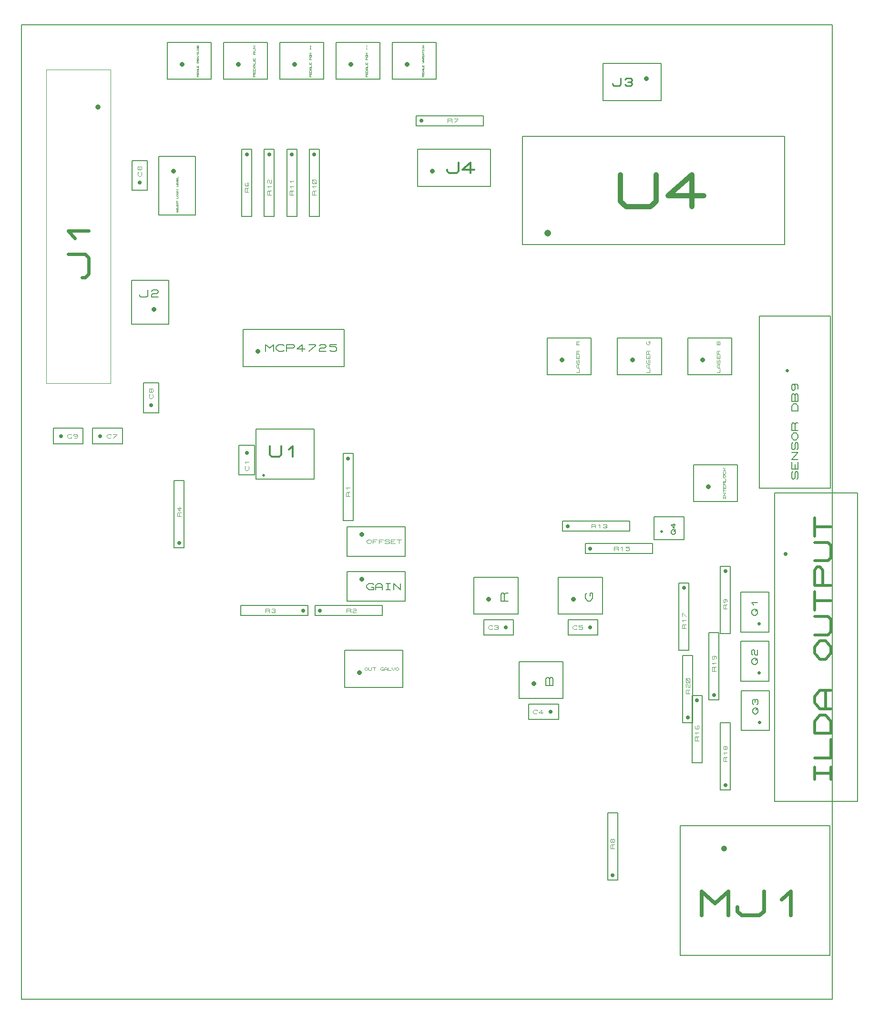
<source format=gbr>
G04 PROTEUS GERBER X2 FILE*
%TF.GenerationSoftware,Labcenter,Proteus,8.13-SP0-Build31525*%
%TF.CreationDate,2025-11-07T21:39:07+00:00*%
%TF.FileFunction,AssemblyDrawing,Top*%
%TF.FilePolarity,Positive*%
%TF.Part,Single*%
%TF.SameCoordinates,{44a54b5c-f249-4d94-abb4-dcfeb5b23397}*%
%FSLAX45Y45*%
%MOMM*%
G01*
%TA.AperFunction,Material*%
%ADD72C,0.203200*%
%ADD47C,1.200000*%
%ADD48C,0.942330*%
%ADD49C,0.812800*%
%ADD50C,0.090710*%
%ADD51C,0.048840*%
%ADD52C,0.039680*%
%ADD53C,0.037350*%
%ADD54C,0.063500*%
%ADD55C,0.711200*%
%ADD56C,0.110230*%
%ADD57C,0.629920*%
%ADD58C,0.191580*%
%ADD59C,0.206420*%
%ADD60C,0.211660*%
%ADD61C,0.508000*%
%ADD62C,0.302420*%
%ADD63C,1.016000*%
%ADD64C,0.701460*%
%ADD65C,0.118530*%
%ADD66C,0.177800*%
%ADD67C,0.076450*%
%ADD68C,0.111760*%
%TA.AperFunction,Profile*%
%ADD28C,0.203200*%
%TA.AperFunction,Material*%
%ADD69C,0.609600*%
%ADD74C,0.168480*%
%ADD75C,0.050000*%
%ADD76C,0.914400*%
%ADD77C,0.614600*%
%ADD78C,0.220130*%
%ADD79C,0.304800*%
%ADD80C,0.038800*%
%ADD81C,0.486430*%
%ADD82C,0.070550*%
%ADD30C,0.127000*%
%TD.AperFunction*%
D72*
X+8295340Y-1700660D02*
X+12951160Y-1700660D01*
X+12951160Y+224660D01*
X+8295340Y+224660D01*
X+8295340Y-1700660D01*
D47*
X+8750000Y-1500000D02*
X+8750000Y-1500000D01*
D48*
X+10032475Y-455298D02*
X+10032475Y-926468D01*
X+10138488Y-1020702D01*
X+10562540Y-1020702D01*
X+10668553Y-926468D01*
X+10668553Y-455298D01*
X+11516658Y-832234D02*
X+10880580Y-832234D01*
X+11304632Y-455298D01*
X+11304632Y-1020702D01*
D72*
X+8735840Y-4014160D02*
X+9518160Y-4014160D01*
X+9518160Y-3358840D01*
X+8735840Y-3358840D01*
X+8735840Y-4014160D01*
D49*
X+9000000Y-3750000D02*
X+9000000Y-3750000D01*
D50*
X+9252186Y-3972247D02*
X+9306615Y-3972247D01*
X+9306615Y-3911016D01*
X+9306615Y-3890605D02*
X+9270329Y-3890605D01*
X+9252186Y-3870195D01*
X+9252186Y-3849784D01*
X+9270329Y-3829374D01*
X+9306615Y-3829374D01*
X+9288472Y-3890605D02*
X+9288472Y-3829374D01*
X+9297543Y-3808963D02*
X+9306615Y-3798758D01*
X+9306615Y-3757937D01*
X+9297543Y-3747732D01*
X+9288472Y-3747732D01*
X+9279400Y-3757937D01*
X+9279400Y-3798758D01*
X+9270329Y-3808963D01*
X+9261258Y-3808963D01*
X+9252186Y-3798758D01*
X+9252186Y-3757937D01*
X+9261258Y-3747732D01*
X+9306615Y-3666090D02*
X+9306615Y-3727321D01*
X+9252186Y-3727321D01*
X+9252186Y-3666090D01*
X+9279400Y-3727321D02*
X+9279400Y-3686500D01*
X+9306615Y-3645679D02*
X+9252186Y-3645679D01*
X+9252186Y-3594653D01*
X+9261258Y-3584448D01*
X+9270329Y-3584448D01*
X+9279400Y-3594653D01*
X+9279400Y-3645679D01*
X+9279400Y-3594653D02*
X+9288472Y-3584448D01*
X+9306615Y-3584448D01*
X+9306615Y-3482395D02*
X+9252186Y-3482395D01*
X+9252186Y-3431369D01*
X+9261258Y-3421164D01*
X+9270329Y-3421164D01*
X+9279400Y-3431369D01*
X+9279400Y-3482395D01*
X+9279400Y-3431369D02*
X+9288472Y-3421164D01*
X+9306615Y-3421164D01*
D72*
X+9985840Y-4014160D02*
X+10768160Y-4014160D01*
X+10768160Y-3358840D01*
X+9985840Y-3358840D01*
X+9985840Y-4014160D01*
D49*
X+10250000Y-3750000D02*
X+10250000Y-3750000D01*
D50*
X+10502186Y-3972247D02*
X+10556615Y-3972247D01*
X+10556615Y-3911016D01*
X+10556615Y-3890605D02*
X+10520329Y-3890605D01*
X+10502186Y-3870195D01*
X+10502186Y-3849784D01*
X+10520329Y-3829374D01*
X+10556615Y-3829374D01*
X+10538472Y-3890605D02*
X+10538472Y-3829374D01*
X+10547543Y-3808963D02*
X+10556615Y-3798758D01*
X+10556615Y-3757937D01*
X+10547543Y-3747732D01*
X+10538472Y-3747732D01*
X+10529400Y-3757937D01*
X+10529400Y-3798758D01*
X+10520329Y-3808963D01*
X+10511258Y-3808963D01*
X+10502186Y-3798758D01*
X+10502186Y-3757937D01*
X+10511258Y-3747732D01*
X+10556615Y-3666090D02*
X+10556615Y-3727321D01*
X+10502186Y-3727321D01*
X+10502186Y-3666090D01*
X+10529400Y-3727321D02*
X+10529400Y-3686500D01*
X+10556615Y-3645679D02*
X+10502186Y-3645679D01*
X+10502186Y-3594653D01*
X+10511258Y-3584448D01*
X+10520329Y-3584448D01*
X+10529400Y-3594653D01*
X+10529400Y-3645679D01*
X+10529400Y-3594653D02*
X+10538472Y-3584448D01*
X+10556615Y-3584448D01*
X+10538472Y-3441574D02*
X+10538472Y-3421164D01*
X+10556615Y-3421164D01*
X+10556615Y-3461985D01*
X+10538472Y-3482395D01*
X+10520329Y-3482395D01*
X+10502186Y-3461985D01*
X+10502186Y-3431369D01*
X+10511258Y-3421164D01*
D72*
X+11235840Y-4014160D02*
X+12018160Y-4014160D01*
X+12018160Y-3358840D01*
X+11235840Y-3358840D01*
X+11235840Y-4014160D01*
D49*
X+11500000Y-3750000D02*
X+11500000Y-3750000D01*
D50*
X+11752186Y-3972247D02*
X+11806615Y-3972247D01*
X+11806615Y-3911016D01*
X+11806615Y-3890605D02*
X+11770329Y-3890605D01*
X+11752186Y-3870195D01*
X+11752186Y-3849784D01*
X+11770329Y-3829374D01*
X+11806615Y-3829374D01*
X+11788472Y-3890605D02*
X+11788472Y-3829374D01*
X+11797543Y-3808963D02*
X+11806615Y-3798758D01*
X+11806615Y-3757937D01*
X+11797543Y-3747732D01*
X+11788472Y-3747732D01*
X+11779400Y-3757937D01*
X+11779400Y-3798758D01*
X+11770329Y-3808963D01*
X+11761258Y-3808963D01*
X+11752186Y-3798758D01*
X+11752186Y-3757937D01*
X+11761258Y-3747732D01*
X+11806615Y-3666090D02*
X+11806615Y-3727321D01*
X+11752186Y-3727321D01*
X+11752186Y-3666090D01*
X+11779400Y-3727321D02*
X+11779400Y-3686500D01*
X+11806615Y-3645679D02*
X+11752186Y-3645679D01*
X+11752186Y-3594653D01*
X+11761258Y-3584448D01*
X+11770329Y-3584448D01*
X+11779400Y-3594653D01*
X+11779400Y-3645679D01*
X+11779400Y-3594653D02*
X+11788472Y-3584448D01*
X+11806615Y-3584448D01*
X+11806615Y-3482395D02*
X+11752186Y-3482395D01*
X+11752186Y-3431369D01*
X+11761258Y-3421164D01*
X+11770329Y-3421164D01*
X+11779400Y-3431369D01*
X+11788472Y-3421164D01*
X+11797543Y-3421164D01*
X+11806615Y-3431369D01*
X+11806615Y-3482395D01*
X+11779400Y-3482395D02*
X+11779400Y-3431369D01*
D72*
X+4985840Y+1235840D02*
X+5768160Y+1235840D01*
X+5768160Y+1891160D01*
X+4985840Y+1891160D01*
X+4985840Y+1235840D01*
D49*
X+5250000Y+1500000D02*
X+5250000Y+1500000D01*
D51*
X+5544054Y+1277754D02*
X+5514747Y+1277754D01*
X+5514747Y+1305229D01*
X+5519631Y+1310724D01*
X+5524516Y+1310724D01*
X+5529400Y+1305229D01*
X+5529400Y+1277754D01*
X+5544054Y+1354685D02*
X+5544054Y+1321715D01*
X+5514747Y+1321715D01*
X+5514747Y+1354685D01*
X+5529400Y+1321715D02*
X+5529400Y+1343695D01*
X+5544054Y+1365676D02*
X+5514747Y+1365676D01*
X+5514747Y+1387656D01*
X+5524516Y+1398646D01*
X+5534285Y+1398646D01*
X+5544054Y+1387656D01*
X+5544054Y+1365676D01*
X+5544054Y+1409637D02*
X+5524516Y+1409637D01*
X+5514747Y+1420627D01*
X+5514747Y+1431617D01*
X+5524516Y+1442607D01*
X+5544054Y+1442607D01*
X+5534285Y+1409637D02*
X+5534285Y+1442607D01*
X+5514747Y+1453598D02*
X+5544054Y+1453598D01*
X+5544054Y+1486568D01*
X+5544054Y+1530529D02*
X+5544054Y+1497559D01*
X+5514747Y+1497559D01*
X+5514747Y+1530529D01*
X+5529400Y+1497559D02*
X+5529400Y+1519539D01*
X+5544054Y+1585481D02*
X+5514747Y+1585481D01*
X+5514747Y+1612956D01*
X+5519631Y+1618451D01*
X+5524516Y+1618451D01*
X+5529400Y+1612956D01*
X+5529400Y+1585481D01*
X+5534285Y+1651422D02*
X+5534285Y+1662412D01*
X+5544054Y+1662412D01*
X+5544054Y+1640432D01*
X+5534285Y+1629442D01*
X+5524516Y+1629442D01*
X+5514747Y+1640432D01*
X+5514747Y+1656917D01*
X+5519631Y+1662412D01*
X+5544054Y+1673403D02*
X+5514747Y+1673403D01*
X+5529400Y+1689888D01*
X+5514747Y+1706373D01*
X+5544054Y+1706373D01*
X+5529400Y+1766820D02*
X+5529400Y+1794295D01*
X+5529400Y+1810781D02*
X+5529400Y+1838256D01*
D72*
X+5985840Y+1235840D02*
X+6768160Y+1235840D01*
X+6768160Y+1891160D01*
X+5985840Y+1891160D01*
X+5985840Y+1235840D01*
D49*
X+6250000Y+1500000D02*
X+6250000Y+1500000D01*
D52*
X+6541306Y+1277756D02*
X+6517494Y+1277756D01*
X+6517494Y+1300079D01*
X+6521463Y+1304544D01*
X+6525431Y+1304544D01*
X+6529400Y+1300079D01*
X+6529400Y+1277756D01*
X+6541306Y+1340262D02*
X+6541306Y+1313474D01*
X+6517494Y+1313474D01*
X+6517494Y+1340262D01*
X+6529400Y+1313474D02*
X+6529400Y+1331333D01*
X+6541306Y+1349192D02*
X+6517494Y+1349192D01*
X+6517494Y+1367051D01*
X+6525431Y+1375980D01*
X+6533369Y+1375980D01*
X+6541306Y+1367051D01*
X+6541306Y+1349192D01*
X+6541306Y+1384910D02*
X+6525431Y+1384910D01*
X+6517494Y+1393839D01*
X+6517494Y+1402769D01*
X+6525431Y+1411698D01*
X+6541306Y+1411698D01*
X+6533369Y+1384910D02*
X+6533369Y+1411698D01*
X+6517494Y+1420628D02*
X+6541306Y+1420628D01*
X+6541306Y+1447416D01*
X+6541306Y+1483134D02*
X+6541306Y+1456346D01*
X+6517494Y+1456346D01*
X+6517494Y+1483134D01*
X+6529400Y+1456346D02*
X+6529400Y+1474205D01*
X+6517494Y+1527782D02*
X+6529400Y+1527782D01*
X+6541306Y+1541176D01*
X+6529400Y+1554570D01*
X+6517494Y+1554570D01*
X+6541306Y+1563500D02*
X+6525431Y+1563500D01*
X+6517494Y+1572429D01*
X+6517494Y+1581359D01*
X+6525431Y+1590288D01*
X+6541306Y+1590288D01*
X+6533369Y+1563500D02*
X+6533369Y+1590288D01*
X+6541306Y+1599218D02*
X+6517494Y+1599218D01*
X+6517494Y+1621541D01*
X+6521463Y+1626006D01*
X+6525431Y+1626006D01*
X+6529400Y+1621541D01*
X+6529400Y+1599218D01*
X+6529400Y+1621541D02*
X+6533369Y+1626006D01*
X+6541306Y+1626006D01*
X+6517494Y+1639400D02*
X+6517494Y+1657259D01*
X+6517494Y+1648330D02*
X+6541306Y+1648330D01*
X+6541306Y+1639400D02*
X+6541306Y+1657259D01*
X+6541306Y+1670654D02*
X+6525431Y+1670654D01*
X+6517494Y+1679583D01*
X+6517494Y+1688513D01*
X+6525431Y+1697442D01*
X+6541306Y+1697442D01*
X+6533369Y+1670654D02*
X+6533369Y+1697442D01*
X+6517494Y+1706372D02*
X+6517494Y+1733160D01*
X+6517494Y+1719766D02*
X+6541306Y+1719766D01*
X+6517494Y+1746554D02*
X+6517494Y+1764413D01*
X+6517494Y+1755484D02*
X+6541306Y+1755484D01*
X+6541306Y+1746554D02*
X+6541306Y+1764413D01*
X+6525431Y+1777808D02*
X+6517494Y+1786737D01*
X+6517494Y+1795667D01*
X+6525431Y+1804596D01*
X+6533369Y+1804596D01*
X+6541306Y+1795667D01*
X+6541306Y+1786737D01*
X+6533369Y+1777808D01*
X+6525431Y+1777808D01*
X+6541306Y+1813526D02*
X+6517494Y+1813526D01*
X+6541306Y+1840314D01*
X+6517494Y+1840314D01*
D72*
X+3985840Y+1235840D02*
X+4768160Y+1235840D01*
X+4768160Y+1891160D01*
X+3985840Y+1891160D01*
X+3985840Y+1235840D01*
D49*
X+4250000Y+1500000D02*
X+4250000Y+1500000D01*
D51*
X+4544054Y+1277754D02*
X+4514747Y+1277754D01*
X+4514747Y+1305229D01*
X+4519631Y+1310724D01*
X+4524516Y+1310724D01*
X+4529400Y+1305229D01*
X+4529400Y+1277754D01*
X+4544054Y+1354685D02*
X+4544054Y+1321715D01*
X+4514747Y+1321715D01*
X+4514747Y+1354685D01*
X+4529400Y+1321715D02*
X+4529400Y+1343695D01*
X+4544054Y+1365676D02*
X+4514747Y+1365676D01*
X+4514747Y+1387656D01*
X+4524516Y+1398646D01*
X+4534285Y+1398646D01*
X+4544054Y+1387656D01*
X+4544054Y+1365676D01*
X+4544054Y+1409637D02*
X+4524516Y+1409637D01*
X+4514747Y+1420627D01*
X+4514747Y+1431617D01*
X+4524516Y+1442607D01*
X+4544054Y+1442607D01*
X+4534285Y+1409637D02*
X+4534285Y+1442607D01*
X+4514747Y+1453598D02*
X+4544054Y+1453598D01*
X+4544054Y+1486568D01*
X+4544054Y+1530529D02*
X+4544054Y+1497559D01*
X+4514747Y+1497559D01*
X+4514747Y+1530529D01*
X+4529400Y+1497559D02*
X+4529400Y+1519539D01*
X+4544054Y+1585481D02*
X+4514747Y+1585481D01*
X+4514747Y+1612956D01*
X+4519631Y+1618451D01*
X+4524516Y+1618451D01*
X+4529400Y+1612956D01*
X+4529400Y+1585481D01*
X+4534285Y+1651422D02*
X+4534285Y+1662412D01*
X+4544054Y+1662412D01*
X+4544054Y+1640432D01*
X+4534285Y+1629442D01*
X+4524516Y+1629442D01*
X+4514747Y+1640432D01*
X+4514747Y+1656917D01*
X+4519631Y+1662412D01*
X+4544054Y+1673403D02*
X+4514747Y+1673403D01*
X+4529400Y+1689888D01*
X+4514747Y+1706373D01*
X+4544054Y+1706373D01*
X+4529400Y+1761325D02*
X+4529400Y+1794295D01*
X+4519631Y+1777810D02*
X+4539170Y+1777810D01*
X+4529400Y+1805286D02*
X+4529400Y+1838256D01*
X+4519631Y+1821771D02*
X+4539170Y+1821771D01*
D72*
X+1985840Y+1235840D02*
X+2768160Y+1235840D01*
X+2768160Y+1891160D01*
X+1985840Y+1891160D01*
X+1985840Y+1235840D01*
D49*
X+2250000Y+1500000D02*
X+2250000Y+1500000D01*
D53*
X+2540606Y+1277764D02*
X+2518195Y+1277764D01*
X+2518195Y+1298774D01*
X+2521930Y+1302976D01*
X+2525665Y+1302976D01*
X+2529400Y+1298774D01*
X+2529400Y+1277764D01*
X+2540606Y+1336592D02*
X+2540606Y+1311380D01*
X+2518195Y+1311380D01*
X+2518195Y+1336592D01*
X+2529400Y+1311380D02*
X+2529400Y+1328188D01*
X+2540606Y+1344996D02*
X+2518195Y+1344996D01*
X+2518195Y+1361804D01*
X+2525665Y+1370208D01*
X+2533136Y+1370208D01*
X+2540606Y+1361804D01*
X+2540606Y+1344996D01*
X+2540606Y+1378612D02*
X+2525665Y+1378612D01*
X+2518195Y+1387016D01*
X+2518195Y+1395420D01*
X+2525665Y+1403824D01*
X+2540606Y+1403824D01*
X+2533136Y+1378612D02*
X+2533136Y+1403824D01*
X+2518195Y+1412228D02*
X+2540606Y+1412228D01*
X+2540606Y+1437440D01*
X+2540606Y+1471056D02*
X+2540606Y+1445844D01*
X+2518195Y+1445844D01*
X+2518195Y+1471056D01*
X+2529400Y+1445844D02*
X+2529400Y+1462652D01*
X+2525665Y+1513076D02*
X+2518195Y+1521480D01*
X+2518195Y+1529884D01*
X+2525665Y+1538288D01*
X+2533136Y+1538288D01*
X+2540606Y+1529884D01*
X+2540606Y+1521480D01*
X+2533136Y+1513076D01*
X+2525665Y+1513076D01*
X+2540606Y+1546692D02*
X+2518195Y+1546692D01*
X+2518195Y+1567702D01*
X+2521930Y+1571904D01*
X+2525665Y+1571904D01*
X+2529400Y+1567702D01*
X+2529400Y+1546692D01*
X+2540606Y+1605520D02*
X+2540606Y+1580308D01*
X+2518195Y+1580308D01*
X+2518195Y+1605520D01*
X+2529400Y+1580308D02*
X+2529400Y+1597116D01*
X+2540606Y+1613924D02*
X+2518195Y+1613924D01*
X+2540606Y+1639136D01*
X+2518195Y+1639136D01*
X+2518195Y+1672752D02*
X+2540606Y+1647540D01*
X+2536871Y+1706368D02*
X+2540606Y+1702166D01*
X+2540606Y+1689560D01*
X+2533136Y+1681156D01*
X+2525665Y+1681156D01*
X+2518195Y+1689560D01*
X+2518195Y+1702166D01*
X+2521930Y+1706368D01*
X+2518195Y+1714772D02*
X+2540606Y+1714772D01*
X+2540606Y+1739984D01*
X+2525665Y+1748388D02*
X+2518195Y+1756792D01*
X+2518195Y+1765196D01*
X+2525665Y+1773600D01*
X+2533136Y+1773600D01*
X+2540606Y+1765196D01*
X+2540606Y+1756792D01*
X+2533136Y+1748388D01*
X+2525665Y+1748388D01*
X+2536871Y+1782004D02*
X+2540606Y+1786206D01*
X+2540606Y+1803014D01*
X+2536871Y+1807216D01*
X+2533136Y+1807216D01*
X+2529400Y+1803014D01*
X+2529400Y+1786206D01*
X+2525665Y+1782004D01*
X+2521930Y+1782004D01*
X+2518195Y+1786206D01*
X+2518195Y+1803014D01*
X+2521930Y+1807216D01*
X+2540606Y+1840832D02*
X+2540606Y+1815620D01*
X+2518195Y+1815620D01*
X+2518195Y+1840832D01*
X+2529400Y+1815620D02*
X+2529400Y+1832428D01*
D72*
X+2985840Y+1235840D02*
X+3768160Y+1235840D01*
X+3768160Y+1891160D01*
X+2985840Y+1891160D01*
X+2985840Y+1235840D01*
D49*
X+3250000Y+1500000D02*
X+3250000Y+1500000D01*
D54*
X+3548450Y+1277750D02*
X+3510350Y+1277750D01*
X+3510350Y+1313468D01*
X+3516700Y+1320612D01*
X+3523050Y+1320612D01*
X+3529400Y+1313468D01*
X+3529400Y+1277750D01*
X+3548450Y+1377762D02*
X+3548450Y+1334900D01*
X+3510350Y+1334900D01*
X+3510350Y+1377762D01*
X+3529400Y+1334900D02*
X+3529400Y+1363475D01*
X+3548450Y+1392050D02*
X+3510350Y+1392050D01*
X+3510350Y+1420625D01*
X+3523050Y+1434912D01*
X+3535750Y+1434912D01*
X+3548450Y+1420625D01*
X+3548450Y+1392050D01*
X+3548450Y+1449200D02*
X+3523050Y+1449200D01*
X+3510350Y+1463487D01*
X+3510350Y+1477775D01*
X+3523050Y+1492062D01*
X+3548450Y+1492062D01*
X+3535750Y+1449200D02*
X+3535750Y+1492062D01*
X+3510350Y+1506350D02*
X+3548450Y+1506350D01*
X+3548450Y+1549212D01*
X+3548450Y+1606362D02*
X+3548450Y+1563500D01*
X+3510350Y+1563500D01*
X+3510350Y+1606362D01*
X+3529400Y+1563500D02*
X+3529400Y+1592075D01*
X+3548450Y+1677800D02*
X+3523050Y+1677800D01*
X+3510350Y+1692087D01*
X+3510350Y+1706375D01*
X+3523050Y+1720662D01*
X+3548450Y+1720662D01*
X+3535750Y+1677800D02*
X+3535750Y+1720662D01*
X+3510350Y+1734950D02*
X+3542100Y+1734950D01*
X+3548450Y+1742093D01*
X+3548450Y+1770668D01*
X+3542100Y+1777812D01*
X+3510350Y+1777812D01*
X+3510350Y+1792100D02*
X+3548450Y+1834962D01*
X+3548450Y+1792100D02*
X+3510350Y+1834962D01*
D72*
X+6411100Y+411100D02*
X+7604900Y+411100D01*
X+7604900Y+588900D01*
X+6411100Y+588900D01*
X+6411100Y+411100D01*
D55*
X+6500000Y+500000D02*
X+6500000Y+500000D01*
D56*
X+6971018Y+466929D02*
X+6971018Y+533070D01*
X+7033025Y+533070D01*
X+7045427Y+522047D01*
X+7045427Y+511023D01*
X+7033025Y+500000D01*
X+6971018Y+500000D01*
X+7033025Y+500000D02*
X+7045427Y+488976D01*
X+7045427Y+466929D01*
X+7082631Y+533070D02*
X+7144639Y+533070D01*
X+7144639Y+522047D01*
X+7082631Y+466929D01*
D72*
X+3311100Y-1204900D02*
X+3488900Y-1204900D01*
X+3488900Y-11100D01*
X+3311100Y-11100D01*
X+3311100Y-1204900D01*
D55*
X+3400000Y-100000D02*
X+3400000Y-100000D01*
D56*
X+3433071Y-769442D02*
X+3366930Y-769442D01*
X+3366930Y-707435D01*
X+3377953Y-695033D01*
X+3388977Y-695033D01*
X+3400000Y-707435D01*
X+3400000Y-769442D01*
X+3400000Y-707435D02*
X+3411024Y-695033D01*
X+3433071Y-695033D01*
X+3377953Y-595821D02*
X+3366930Y-608223D01*
X+3366930Y-645427D01*
X+3377953Y-657829D01*
X+3422048Y-657829D01*
X+3433071Y-645427D01*
X+3433071Y-608223D01*
X+3422048Y-595821D01*
X+3411024Y-595821D01*
X+3400000Y-608223D01*
X+3400000Y-657829D01*
D72*
X+4511100Y-1204900D02*
X+4688900Y-1204900D01*
X+4688900Y-11100D01*
X+4511100Y-11100D01*
X+4511100Y-1204900D01*
D55*
X+4600000Y-100000D02*
X+4600000Y-100000D01*
D56*
X+4633071Y-819048D02*
X+4566930Y-819048D01*
X+4566930Y-757041D01*
X+4577953Y-744639D01*
X+4588977Y-744639D01*
X+4600000Y-757041D01*
X+4600000Y-819048D01*
X+4600000Y-757041D02*
X+4611024Y-744639D01*
X+4633071Y-744639D01*
X+4588977Y-695033D02*
X+4566930Y-670230D01*
X+4633071Y-670230D01*
X+4622048Y-620624D02*
X+4577953Y-620624D01*
X+4566930Y-608223D01*
X+4566930Y-558617D01*
X+4577953Y-546215D01*
X+4622048Y-546215D01*
X+4633071Y-558617D01*
X+4633071Y-608223D01*
X+4622048Y-620624D01*
X+4633071Y-620624D02*
X+4566930Y-546215D01*
D72*
X+4111100Y-1204900D02*
X+4288900Y-1204900D01*
X+4288900Y-11100D01*
X+4111100Y-11100D01*
X+4111100Y-1204900D01*
D55*
X+4200000Y-100000D02*
X+4200000Y-100000D01*
D56*
X+4233071Y-819048D02*
X+4166930Y-819048D01*
X+4166930Y-757041D01*
X+4177953Y-744639D01*
X+4188977Y-744639D01*
X+4200000Y-757041D01*
X+4200000Y-819048D01*
X+4200000Y-757041D02*
X+4211024Y-744639D01*
X+4233071Y-744639D01*
X+4188977Y-695033D02*
X+4166930Y-670230D01*
X+4233071Y-670230D01*
X+4188977Y-595821D02*
X+4166930Y-571018D01*
X+4233071Y-571018D01*
D72*
X+3711100Y-1204900D02*
X+3888900Y-1204900D01*
X+3888900Y-11100D01*
X+3711100Y-11100D01*
X+3711100Y-1204900D01*
D55*
X+3800000Y-100000D02*
X+3800000Y-100000D01*
D56*
X+3833071Y-819048D02*
X+3766930Y-819048D01*
X+3766930Y-757041D01*
X+3777953Y-744639D01*
X+3788977Y-744639D01*
X+3800000Y-757041D01*
X+3800000Y-819048D01*
X+3800000Y-757041D02*
X+3811024Y-744639D01*
X+3833071Y-744639D01*
X+3788977Y-695033D02*
X+3766930Y-670230D01*
X+3833071Y-670230D01*
X+3777953Y-608223D02*
X+3766930Y-595821D01*
X+3766930Y-558617D01*
X+3777953Y-546215D01*
X+3788977Y-546215D01*
X+3800000Y-558617D01*
X+3800000Y-595821D01*
X+3811024Y-608223D01*
X+3833071Y-608223D01*
X+3833071Y-546215D01*
D72*
X+12508259Y-6028490D02*
X+13765559Y-6028490D01*
X+13765559Y-2967790D01*
X+12508259Y-2967790D01*
X+12508259Y-6028490D01*
D57*
X+12997209Y-3939340D02*
X+12997209Y-3939340D01*
D58*
X+13175226Y-5861783D02*
X+13194384Y-5840230D01*
X+13194384Y-5754018D01*
X+13175226Y-5732465D01*
X+13156067Y-5732465D01*
X+13136909Y-5754018D01*
X+13136909Y-5840230D01*
X+13117751Y-5861783D01*
X+13098592Y-5861783D01*
X+13079434Y-5840230D01*
X+13079434Y-5754018D01*
X+13098592Y-5732465D01*
X+13194384Y-5560041D02*
X+13194384Y-5689359D01*
X+13079434Y-5689359D01*
X+13079434Y-5560041D01*
X+13136909Y-5689359D02*
X+13136909Y-5603147D01*
X+13194384Y-5516935D02*
X+13079434Y-5516935D01*
X+13194384Y-5387617D01*
X+13079434Y-5387617D01*
X+13175226Y-5344511D02*
X+13194384Y-5322958D01*
X+13194384Y-5236746D01*
X+13175226Y-5215193D01*
X+13156067Y-5215193D01*
X+13136909Y-5236746D01*
X+13136909Y-5322958D01*
X+13117751Y-5344511D01*
X+13098592Y-5344511D01*
X+13079434Y-5322958D01*
X+13079434Y-5236746D01*
X+13098592Y-5215193D01*
X+13117751Y-5172087D02*
X+13079434Y-5128981D01*
X+13079434Y-5085875D01*
X+13117751Y-5042769D01*
X+13156067Y-5042769D01*
X+13194384Y-5085875D01*
X+13194384Y-5128981D01*
X+13156067Y-5172087D01*
X+13117751Y-5172087D01*
X+13194384Y-4999663D02*
X+13079434Y-4999663D01*
X+13079434Y-4891898D01*
X+13098592Y-4870345D01*
X+13117751Y-4870345D01*
X+13136909Y-4891898D01*
X+13136909Y-4999663D01*
X+13136909Y-4891898D02*
X+13156067Y-4870345D01*
X+13194384Y-4870345D01*
X+13194384Y-4654815D02*
X+13079434Y-4654815D01*
X+13079434Y-4568603D01*
X+13117751Y-4525497D01*
X+13156067Y-4525497D01*
X+13194384Y-4568603D01*
X+13194384Y-4654815D01*
X+13194384Y-4482391D02*
X+13079434Y-4482391D01*
X+13079434Y-4374626D01*
X+13098592Y-4353073D01*
X+13117751Y-4353073D01*
X+13136909Y-4374626D01*
X+13156067Y-4353073D01*
X+13175226Y-4353073D01*
X+13194384Y-4374626D01*
X+13194384Y-4482391D01*
X+13136909Y-4482391D02*
X+13136909Y-4374626D01*
X+13117751Y-4180649D02*
X+13136909Y-4202202D01*
X+13136909Y-4266861D01*
X+13117751Y-4288414D01*
X+13098592Y-4288414D01*
X+13079434Y-4266861D01*
X+13079434Y-4202202D01*
X+13098592Y-4180649D01*
X+13175226Y-4180649D01*
X+13194384Y-4202202D01*
X+13194384Y-4266861D01*
D72*
X+3335840Y-3864160D02*
X+5134160Y-3864160D01*
X+5134160Y-3208840D01*
X+3335840Y-3208840D01*
X+3335840Y-3864160D01*
D49*
X+3600000Y-3600000D02*
X+3600000Y-3600000D01*
D59*
X+3737163Y-3598427D02*
X+3737163Y-3474572D01*
X+3806831Y-3536500D01*
X+3876499Y-3474572D01*
X+3876499Y-3598427D01*
X+4062281Y-3577785D02*
X+4039058Y-3598427D01*
X+3969390Y-3598427D01*
X+3922945Y-3557142D01*
X+3922945Y-3515857D01*
X+3969390Y-3474572D01*
X+4039058Y-3474572D01*
X+4062281Y-3495215D01*
X+4108727Y-3598427D02*
X+4108727Y-3474572D01*
X+4224840Y-3474572D01*
X+4248063Y-3495215D01*
X+4248063Y-3515857D01*
X+4224840Y-3536500D01*
X+4108727Y-3536500D01*
X+4433845Y-3557142D02*
X+4294509Y-3557142D01*
X+4387400Y-3474572D01*
X+4387400Y-3598427D01*
X+4503513Y-3474572D02*
X+4619627Y-3474572D01*
X+4619627Y-3495215D01*
X+4503513Y-3598427D01*
X+4689295Y-3495215D02*
X+4712518Y-3474572D01*
X+4782186Y-3474572D01*
X+4805409Y-3495215D01*
X+4805409Y-3515857D01*
X+4782186Y-3536500D01*
X+4712518Y-3536500D01*
X+4689295Y-3557142D01*
X+4689295Y-3598427D01*
X+4805409Y-3598427D01*
X+4991191Y-3474572D02*
X+4875077Y-3474572D01*
X+4875077Y-3515857D01*
X+4967968Y-3515857D01*
X+4991191Y-3536500D01*
X+4991191Y-3577785D01*
X+4967968Y-3598427D01*
X+4898300Y-3598427D01*
X+4875077Y-3577785D01*
D72*
X+7435840Y-8264160D02*
X+8218160Y-8264160D01*
X+8218160Y-7608840D01*
X+7435840Y-7608840D01*
X+7435840Y-8264160D01*
D49*
X+7700000Y-8000000D02*
X+7700000Y-8000000D01*
D60*
X+8042900Y-8031749D02*
X+7915901Y-8031749D01*
X+7915901Y-7912688D01*
X+7937067Y-7888875D01*
X+7958234Y-7888875D01*
X+7979400Y-7912688D01*
X+7979400Y-8031749D01*
X+7979400Y-7912688D02*
X+8000567Y-7888875D01*
X+8042900Y-7888875D01*
D72*
X+8935840Y-8264160D02*
X+9718160Y-8264160D01*
X+9718160Y-7608840D01*
X+8935840Y-7608840D01*
X+8935840Y-8264160D01*
D49*
X+9200000Y-8000000D02*
X+9200000Y-8000000D01*
D60*
X+9500567Y-7936500D02*
X+9500567Y-7888875D01*
X+9542900Y-7888875D01*
X+9542900Y-7984125D01*
X+9500567Y-8031749D01*
X+9458234Y-8031749D01*
X+9415901Y-7984125D01*
X+9415901Y-7912688D01*
X+9437067Y-7888875D01*
D72*
X+8235840Y-9764160D02*
X+9018160Y-9764160D01*
X+9018160Y-9108840D01*
X+8235840Y-9108840D01*
X+8235840Y-9764160D01*
D49*
X+8500000Y-9500000D02*
X+8500000Y-9500000D01*
D60*
X+8842900Y-9531749D02*
X+8715901Y-9531749D01*
X+8715901Y-9412688D01*
X+8737067Y-9388875D01*
X+8758234Y-9388875D01*
X+8779400Y-9412688D01*
X+8800567Y-9388875D01*
X+8821734Y-9388875D01*
X+8842900Y-9412688D01*
X+8842900Y-9531749D01*
X+8779400Y-9531749D02*
X+8779400Y-9412688D01*
D72*
X+3562840Y-5863500D02*
X+4599160Y-5863500D01*
X+4599160Y-4974500D01*
X+3562840Y-4974500D01*
X+3562840Y-5863500D01*
D61*
X+3700000Y-5800000D02*
X+3700000Y-5800000D01*
D62*
X+3808814Y-5283821D02*
X+3808814Y-5435036D01*
X+3842837Y-5465279D01*
X+3978930Y-5465279D01*
X+4012953Y-5435036D01*
X+4012953Y-5283821D01*
X+4149046Y-5344307D02*
X+4217093Y-5283821D01*
X+4217093Y-5465279D01*
D72*
X+11102840Y-14328160D02*
X+13757160Y-14328160D01*
X+13757160Y-12021840D01*
X+11102840Y-12021840D01*
X+11102840Y-14328160D01*
D63*
X+11875000Y-12425000D02*
X+11875000Y-12425000D01*
D64*
X+11483029Y-13612418D02*
X+11483029Y-13191542D01*
X+11719771Y-13401980D01*
X+11956514Y-13191542D01*
X+11956514Y-13612418D01*
X+12114343Y-13472126D02*
X+12114343Y-13542272D01*
X+12193257Y-13612418D01*
X+12508914Y-13612418D01*
X+12587828Y-13542272D01*
X+12587828Y-13191542D01*
X+12903485Y-13331834D02*
X+13061314Y-13191542D01*
X+13061314Y-13612418D01*
D72*
X+5181840Y-7237160D02*
X+6218160Y-7237160D01*
X+6218160Y-6708840D01*
X+5181840Y-6708840D01*
X+5181840Y-7237160D01*
D49*
X+5446000Y-6846000D02*
X+5446000Y-6846000D01*
D65*
X+5532363Y-6961147D02*
X+5559032Y-6937440D01*
X+5585702Y-6937440D01*
X+5612372Y-6961147D01*
X+5612372Y-6984853D01*
X+5585702Y-7008560D01*
X+5559032Y-7008560D01*
X+5532363Y-6984853D01*
X+5532363Y-6961147D01*
X+5639042Y-7008560D02*
X+5639042Y-6937440D01*
X+5719051Y-6937440D01*
X+5639042Y-6973000D02*
X+5692381Y-6973000D01*
X+5745721Y-7008560D02*
X+5745721Y-6937440D01*
X+5825730Y-6937440D01*
X+5745721Y-6973000D02*
X+5799060Y-6973000D01*
X+5852400Y-6996707D02*
X+5865734Y-7008560D01*
X+5919074Y-7008560D01*
X+5932409Y-6996707D01*
X+5932409Y-6984853D01*
X+5919074Y-6973000D01*
X+5865734Y-6973000D01*
X+5852400Y-6961147D01*
X+5852400Y-6949293D01*
X+5865734Y-6937440D01*
X+5919074Y-6937440D01*
X+5932409Y-6949293D01*
X+6039088Y-7008560D02*
X+5959079Y-7008560D01*
X+5959079Y-6937440D01*
X+6039088Y-6937440D01*
X+5959079Y-6973000D02*
X+6012418Y-6973000D01*
X+6065758Y-6937440D02*
X+6145767Y-6937440D01*
X+6105762Y-6937440D02*
X+6105762Y-7008560D01*
D72*
X+5111100Y-6604900D02*
X+5288900Y-6604900D01*
X+5288900Y-5411100D01*
X+5111100Y-5411100D01*
X+5111100Y-6604900D01*
D55*
X+5200000Y-5500000D02*
X+5200000Y-5500000D01*
D56*
X+5233071Y-6169442D02*
X+5166930Y-6169442D01*
X+5166930Y-6107435D01*
X+5177953Y-6095033D01*
X+5188977Y-6095033D01*
X+5200000Y-6107435D01*
X+5200000Y-6169442D01*
X+5200000Y-6107435D02*
X+5211024Y-6095033D01*
X+5233071Y-6095033D01*
X+5188977Y-6045427D02*
X+5166930Y-6020624D01*
X+5233071Y-6020624D01*
D72*
X+5181840Y-8037160D02*
X+6218160Y-8037160D01*
X+6218160Y-7508840D01*
X+5181840Y-7508840D01*
X+5181840Y-8037160D01*
D49*
X+5446000Y-7646000D02*
X+5446000Y-7646000D01*
D66*
X+5612370Y-7790780D02*
X+5652375Y-7790780D01*
X+5652375Y-7826340D01*
X+5572365Y-7826340D01*
X+5532360Y-7790780D01*
X+5532360Y-7755220D01*
X+5572365Y-7719660D01*
X+5632372Y-7719660D01*
X+5652375Y-7737440D01*
X+5692380Y-7826340D02*
X+5692380Y-7755220D01*
X+5732385Y-7719660D01*
X+5772390Y-7719660D01*
X+5812395Y-7755220D01*
X+5812395Y-7826340D01*
X+5692380Y-7790780D02*
X+5812395Y-7790780D01*
X+5872402Y-7719660D02*
X+5952412Y-7719660D01*
X+5912407Y-7719660D02*
X+5912407Y-7826340D01*
X+5872402Y-7826340D02*
X+5952412Y-7826340D01*
X+6012420Y-7826340D02*
X+6012420Y-7719660D01*
X+6132435Y-7826340D01*
X+6132435Y-7719660D01*
D72*
X+4611100Y-8288900D02*
X+5804900Y-8288900D01*
X+5804900Y-8111100D01*
X+4611100Y-8111100D01*
X+4611100Y-8288900D01*
D55*
X+4700000Y-8200000D02*
X+4700000Y-8200000D01*
D56*
X+5171018Y-8233071D02*
X+5171018Y-8166930D01*
X+5233025Y-8166930D01*
X+5245427Y-8177953D01*
X+5245427Y-8188977D01*
X+5233025Y-8200000D01*
X+5171018Y-8200000D01*
X+5233025Y-8200000D02*
X+5245427Y-8211024D01*
X+5245427Y-8233071D01*
X+5282631Y-8177953D02*
X+5295033Y-8166930D01*
X+5332237Y-8166930D01*
X+5344639Y-8177953D01*
X+5344639Y-8188977D01*
X+5332237Y-8200000D01*
X+5295033Y-8200000D01*
X+5282631Y-8211024D01*
X+5282631Y-8233071D01*
X+5344639Y-8233071D01*
D72*
X+3295100Y-8288900D02*
X+4488900Y-8288900D01*
X+4488900Y-8111100D01*
X+3295100Y-8111100D01*
X+3295100Y-8288900D01*
D55*
X+4400000Y-8200000D02*
X+4400000Y-8200000D01*
D56*
X+3730558Y-8233071D02*
X+3730558Y-8166930D01*
X+3792565Y-8166930D01*
X+3804967Y-8177953D01*
X+3804967Y-8188977D01*
X+3792565Y-8200000D01*
X+3730558Y-8200000D01*
X+3792565Y-8200000D02*
X+3804967Y-8211024D01*
X+3804967Y-8233071D01*
X+3842171Y-8177953D02*
X+3854573Y-8166930D01*
X+3891777Y-8166930D01*
X+3904179Y-8177953D01*
X+3904179Y-8188977D01*
X+3891777Y-8200000D01*
X+3904179Y-8211024D01*
X+3904179Y-8222048D01*
X+3891777Y-8233071D01*
X+3854573Y-8233071D01*
X+3842171Y-8222048D01*
X+3866974Y-8200000D02*
X+3891777Y-8200000D01*
D72*
X+2111100Y-7088900D02*
X+2288900Y-7088900D01*
X+2288900Y-5895100D01*
X+2111100Y-5895100D01*
X+2111100Y-7088900D01*
D55*
X+2200000Y-7000000D02*
X+2200000Y-7000000D01*
D56*
X+2233071Y-6528982D02*
X+2166930Y-6528982D01*
X+2166930Y-6466975D01*
X+2177953Y-6454573D01*
X+2188977Y-6454573D01*
X+2200000Y-6466975D01*
X+2200000Y-6528982D01*
X+2200000Y-6466975D02*
X+2211024Y-6454573D01*
X+2233071Y-6454573D01*
X+2211024Y-6355361D02*
X+2211024Y-6429770D01*
X+2166930Y-6380164D01*
X+2233071Y-6380164D01*
D72*
X+5135840Y-9564160D02*
X+6172160Y-9564160D01*
X+6172160Y-8908840D01*
X+5135840Y-8908840D01*
X+5135840Y-9564160D01*
D49*
X+5400000Y-9300000D02*
X+5400000Y-9300000D01*
D67*
X+5496755Y-9228855D02*
X+5513957Y-9213564D01*
X+5531160Y-9213564D01*
X+5548362Y-9228855D01*
X+5548362Y-9244146D01*
X+5531160Y-9259437D01*
X+5513957Y-9259437D01*
X+5496755Y-9244146D01*
X+5496755Y-9228855D01*
X+5565565Y-9213564D02*
X+5565565Y-9251792D01*
X+5574166Y-9259437D01*
X+5608571Y-9259437D01*
X+5617172Y-9251792D01*
X+5617172Y-9213564D01*
X+5634375Y-9213564D02*
X+5685982Y-9213564D01*
X+5660178Y-9213564D02*
X+5660178Y-9259437D01*
X+5806400Y-9244146D02*
X+5823602Y-9244146D01*
X+5823602Y-9259437D01*
X+5789197Y-9259437D01*
X+5771995Y-9244146D01*
X+5771995Y-9228855D01*
X+5789197Y-9213564D01*
X+5815001Y-9213564D01*
X+5823602Y-9221209D01*
X+5840805Y-9259437D02*
X+5840805Y-9228855D01*
X+5858007Y-9213564D01*
X+5875210Y-9213564D01*
X+5892412Y-9228855D01*
X+5892412Y-9259437D01*
X+5840805Y-9244146D02*
X+5892412Y-9244146D01*
X+5909615Y-9213564D02*
X+5909615Y-9259437D01*
X+5961222Y-9259437D01*
X+5978425Y-9213564D02*
X+5978425Y-9236500D01*
X+6004228Y-9259437D01*
X+6030032Y-9236500D01*
X+6030032Y-9213564D01*
X+6047235Y-9228855D02*
X+6064437Y-9213564D01*
X+6081640Y-9213564D01*
X+6098842Y-9228855D01*
X+6098842Y-9244146D01*
X+6081640Y-9259437D01*
X+6064437Y-9259437D01*
X+6047235Y-9244146D01*
X+6047235Y-9228855D01*
D72*
X+3262840Y-5791160D02*
X+3537160Y-5791160D01*
X+3537160Y-5262840D01*
X+3262840Y-5262840D01*
X+3262840Y-5791160D01*
D55*
X+3400000Y-5400000D02*
X+3400000Y-5400000D01*
D68*
X+3422352Y-5638506D02*
X+3433528Y-5651079D01*
X+3433528Y-5688798D01*
X+3411176Y-5713944D01*
X+3388824Y-5713944D01*
X+3366472Y-5688798D01*
X+3366472Y-5651079D01*
X+3377648Y-5638506D01*
X+3388824Y-5588214D02*
X+3366472Y-5563068D01*
X+3433528Y-5563068D01*
D72*
X+9811100Y-12988900D02*
X+9988900Y-12988900D01*
X+9988900Y-11795100D01*
X+9811100Y-11795100D01*
X+9811100Y-12988900D01*
D55*
X+9900000Y-12900000D02*
X+9900000Y-12900000D01*
D56*
X+9933071Y-12428982D02*
X+9866930Y-12428982D01*
X+9866930Y-12366975D01*
X+9877953Y-12354573D01*
X+9888977Y-12354573D01*
X+9900000Y-12366975D01*
X+9900000Y-12428982D01*
X+9900000Y-12366975D02*
X+9911024Y-12354573D01*
X+9933071Y-12354573D01*
X+9900000Y-12304967D02*
X+9888977Y-12317369D01*
X+9877953Y-12317369D01*
X+9866930Y-12304967D01*
X+9866930Y-12267763D01*
X+9877953Y-12255361D01*
X+9888977Y-12255361D01*
X+9900000Y-12267763D01*
X+9900000Y-12304967D01*
X+9911024Y-12317369D01*
X+9922048Y-12317369D01*
X+9933071Y-12304967D01*
X+9933071Y-12267763D01*
X+9922048Y-12255361D01*
X+9911024Y-12255361D01*
X+9900000Y-12267763D01*
D72*
X+7608840Y-8637160D02*
X+8137160Y-8637160D01*
X+8137160Y-8362840D01*
X+7608840Y-8362840D01*
X+7608840Y-8637160D01*
D55*
X+8000000Y-8500000D02*
X+8000000Y-8500000D01*
D68*
X+7761494Y-8522352D02*
X+7748921Y-8533528D01*
X+7711202Y-8533528D01*
X+7686056Y-8511176D01*
X+7686056Y-8488824D01*
X+7711202Y-8466472D01*
X+7748921Y-8466472D01*
X+7761494Y-8477648D01*
X+7799213Y-8477648D02*
X+7811786Y-8466472D01*
X+7849505Y-8466472D01*
X+7862078Y-8477648D01*
X+7862078Y-8488824D01*
X+7849505Y-8500000D01*
X+7862078Y-8511176D01*
X+7862078Y-8522352D01*
X+7849505Y-8533528D01*
X+7811786Y-8533528D01*
X+7799213Y-8522352D01*
X+7824359Y-8500000D02*
X+7849505Y-8500000D01*
D72*
X+8408840Y-10137160D02*
X+8937160Y-10137160D01*
X+8937160Y-9862840D01*
X+8408840Y-9862840D01*
X+8408840Y-10137160D01*
D55*
X+8800000Y-10000000D02*
X+8800000Y-10000000D01*
D68*
X+8561494Y-10022352D02*
X+8548921Y-10033528D01*
X+8511202Y-10033528D01*
X+8486056Y-10011176D01*
X+8486056Y-9988824D01*
X+8511202Y-9966472D01*
X+8548921Y-9966472D01*
X+8561494Y-9977648D01*
X+8662078Y-10011176D02*
X+8586640Y-10011176D01*
X+8636932Y-9966472D01*
X+8636932Y-10033528D01*
D72*
X+9108840Y-8637160D02*
X+9637160Y-8637160D01*
X+9637160Y-8362840D01*
X+9108840Y-8362840D01*
X+9108840Y-8637160D01*
D55*
X+9500000Y-8500000D02*
X+9500000Y-8500000D01*
D68*
X+9261494Y-8522352D02*
X+9248921Y-8533528D01*
X+9211202Y-8533528D01*
X+9186056Y-8511176D01*
X+9186056Y-8488824D01*
X+9211202Y-8466472D01*
X+9248921Y-8466472D01*
X+9261494Y-8477648D01*
X+9362078Y-8466472D02*
X+9299213Y-8466472D01*
X+9299213Y-8488824D01*
X+9349505Y-8488824D01*
X+9362078Y-8500000D01*
X+9362078Y-8522352D01*
X+9349505Y-8533528D01*
X+9311786Y-8533528D01*
X+9299213Y-8522352D01*
D28*
X-600000Y-15100000D02*
X+13800000Y-15100000D01*
X+13800000Y+2200000D01*
X-600000Y+2200000D01*
X-600000Y-15100000D01*
D72*
X+12172340Y-8580060D02*
X+12675260Y-8580060D01*
X+12675260Y-7873940D01*
X+12172340Y-7873940D01*
X+12172340Y-8580060D01*
D69*
X+12500000Y-8430200D02*
X+12500000Y-8430200D01*
D74*
X+12406952Y-8288467D02*
X+12373255Y-8250558D01*
X+12373255Y-8212649D01*
X+12406952Y-8174740D01*
X+12440649Y-8174740D01*
X+12474346Y-8212649D01*
X+12474346Y-8250558D01*
X+12440649Y-8288467D01*
X+12406952Y-8288467D01*
X+12440649Y-8212649D02*
X+12474346Y-8174740D01*
X+12406952Y-8098921D02*
X+12373255Y-8061012D01*
X+12474346Y-8061012D01*
D75*
X-160000Y+1405000D02*
X+980000Y+1405000D01*
X+980000Y-4160000D01*
X-160000Y-4160000D01*
X-160000Y+1405000D01*
D76*
X+750000Y+750000D02*
X+750000Y+750000D01*
D77*
X+471460Y-2282254D02*
X+532921Y-2282254D01*
X+594381Y-2213111D01*
X+594381Y-1936539D01*
X+532921Y-1867396D01*
X+225618Y-1867396D01*
X+348539Y-1590824D02*
X+225618Y-1452538D01*
X+594381Y-1452538D01*
D72*
X+1358840Y-3114160D02*
X+2014160Y-3114160D01*
X+2014160Y-2331840D01*
X+1358840Y-2331840D01*
X+1358840Y-3114160D01*
D49*
X+1750000Y-2850000D02*
X+1750000Y-2850000D01*
D60*
X+1496001Y-2591767D02*
X+1496001Y-2612934D01*
X+1519813Y-2634100D01*
X+1615062Y-2634100D01*
X+1638875Y-2612934D01*
X+1638875Y-2507101D01*
X+1710312Y-2528267D02*
X+1734124Y-2507101D01*
X+1805561Y-2507101D01*
X+1829374Y-2528267D01*
X+1829374Y-2549434D01*
X+1805561Y-2570600D01*
X+1734124Y-2570600D01*
X+1710312Y-2591767D01*
X+1710312Y-2634100D01*
X+1829374Y-2634100D01*
D72*
X+1362840Y-737160D02*
X+1637160Y-737160D01*
X+1637160Y-208840D01*
X+1362840Y-208840D01*
X+1362840Y-737160D01*
D55*
X+1500000Y-600000D02*
X+1500000Y-600000D01*
D68*
X+1522352Y-411786D02*
X+1533528Y-424359D01*
X+1533528Y-462078D01*
X+1511176Y-487224D01*
X+1488824Y-487224D01*
X+1466472Y-462078D01*
X+1466472Y-424359D01*
X+1477648Y-411786D01*
X+1477648Y-311202D02*
X+1466472Y-323775D01*
X+1466472Y-361494D01*
X+1477648Y-374067D01*
X+1522352Y-374067D01*
X+1533528Y-361494D01*
X+1533528Y-323775D01*
X+1522352Y-311202D01*
X+1511176Y-311202D01*
X+1500000Y-323775D01*
X+1500000Y-374067D01*
D72*
X+662840Y-5237160D02*
X+1191160Y-5237160D01*
X+1191160Y-4962840D01*
X+662840Y-4962840D01*
X+662840Y-5237160D01*
D55*
X+800000Y-5100000D02*
X+800000Y-5100000D01*
D68*
X+988214Y-5122352D02*
X+975641Y-5133528D01*
X+937922Y-5133528D01*
X+912776Y-5111176D01*
X+912776Y-5088824D01*
X+937922Y-5066472D01*
X+975641Y-5066472D01*
X+988214Y-5077648D01*
X+1025933Y-5066472D02*
X+1088798Y-5066472D01*
X+1088798Y-5077648D01*
X+1025933Y-5133528D01*
D72*
X+1562840Y-4687160D02*
X+1837160Y-4687160D01*
X+1837160Y-4158840D01*
X+1562840Y-4158840D01*
X+1562840Y-4687160D01*
D55*
X+1700000Y-4550000D02*
X+1700000Y-4550000D01*
D68*
X+1722352Y-4361786D02*
X+1733528Y-4374359D01*
X+1733528Y-4412078D01*
X+1711176Y-4437224D01*
X+1688824Y-4437224D01*
X+1666472Y-4412078D01*
X+1666472Y-4374359D01*
X+1677648Y-4361786D01*
X+1700000Y-4311494D02*
X+1688824Y-4324067D01*
X+1677648Y-4324067D01*
X+1666472Y-4311494D01*
X+1666472Y-4273775D01*
X+1677648Y-4261202D01*
X+1688824Y-4261202D01*
X+1700000Y-4273775D01*
X+1700000Y-4311494D01*
X+1711176Y-4324067D01*
X+1722352Y-4324067D01*
X+1733528Y-4311494D01*
X+1733528Y-4273775D01*
X+1722352Y-4261202D01*
X+1711176Y-4261202D01*
X+1700000Y-4273775D01*
D72*
X-37160Y-5237160D02*
X+491160Y-5237160D01*
X+491160Y-4962840D01*
X-37160Y-4962840D01*
X-37160Y-5237160D01*
D55*
X+100000Y-5100000D02*
X+100000Y-5100000D01*
D68*
X+288214Y-5122352D02*
X+275641Y-5133528D01*
X+237922Y-5133528D01*
X+212776Y-5111176D01*
X+212776Y-5088824D01*
X+237922Y-5066472D01*
X+275641Y-5066472D01*
X+288214Y-5077648D01*
X+388798Y-5088824D02*
X+376225Y-5100000D01*
X+338506Y-5100000D01*
X+325933Y-5088824D01*
X+325933Y-5077648D01*
X+338506Y-5066472D01*
X+376225Y-5066472D01*
X+388798Y-5077648D01*
X+388798Y-5122352D01*
X+376225Y-5133528D01*
X+338506Y-5133528D01*
D72*
X+9727840Y+858840D02*
X+10764160Y+858840D01*
X+10764160Y+1514160D01*
X+9727840Y+1514160D01*
X+9727840Y+858840D01*
D49*
X+10500000Y+1250000D02*
X+10500000Y+1250000D01*
D78*
X+9895481Y+1164487D02*
X+9895481Y+1142473D01*
X+9920245Y+1120460D01*
X+10019305Y+1120460D01*
X+10044070Y+1142473D01*
X+10044070Y+1252540D01*
X+10118364Y+1230527D02*
X+10143129Y+1252540D01*
X+10217424Y+1252540D01*
X+10242189Y+1230527D01*
X+10242189Y+1208513D01*
X+10217424Y+1186500D01*
X+10242189Y+1164487D01*
X+10242189Y+1142473D01*
X+10217424Y+1120460D01*
X+10143129Y+1120460D01*
X+10118364Y+1142473D01*
X+10167894Y+1186500D02*
X+10217424Y+1186500D01*
D72*
X+6435840Y-664160D02*
X+7726160Y-664160D01*
X+7726160Y-8840D01*
X+6435840Y-8840D01*
X+6435840Y-664160D01*
D49*
X+6700000Y-400000D02*
X+6700000Y-400000D01*
D79*
X+6959080Y-366980D02*
X+6959080Y-397460D01*
X+6993370Y-427940D01*
X+7130530Y-427940D01*
X+7164820Y-397460D01*
X+7164820Y-245060D01*
X+7439140Y-366980D02*
X+7233400Y-366980D01*
X+7370560Y-245060D01*
X+7370560Y-427940D01*
D72*
X+1835840Y-1172160D02*
X+2491160Y-1172160D01*
X+2491160Y-135840D01*
X+1835840Y-135840D01*
X+1835840Y-1172160D01*
D49*
X+2100000Y-400000D02*
X+2100000Y-400000D01*
D80*
X+2171261Y-1120716D02*
X+2175141Y-1116351D01*
X+2175141Y-1098889D01*
X+2171261Y-1094523D01*
X+2167380Y-1094523D01*
X+2163500Y-1098889D01*
X+2163500Y-1116351D01*
X+2159619Y-1120716D01*
X+2155739Y-1120716D01*
X+2151858Y-1116351D01*
X+2151858Y-1098889D01*
X+2155739Y-1094523D01*
X+2175141Y-1059599D02*
X+2175141Y-1085792D01*
X+2151858Y-1085792D01*
X+2151858Y-1059599D01*
X+2163500Y-1085792D02*
X+2163500Y-1068330D01*
X+2151858Y-1050868D02*
X+2175141Y-1050868D01*
X+2175141Y-1024675D01*
X+2175141Y-989751D02*
X+2175141Y-1015944D01*
X+2151858Y-1015944D01*
X+2151858Y-989751D01*
X+2163500Y-1015944D02*
X+2163500Y-998482D01*
X+2171261Y-954827D02*
X+2175141Y-959193D01*
X+2175141Y-972289D01*
X+2167380Y-981020D01*
X+2159619Y-981020D01*
X+2151858Y-972289D01*
X+2151858Y-959193D01*
X+2155739Y-954827D01*
X+2151858Y-946096D02*
X+2151858Y-919903D01*
X+2151858Y-933000D02*
X+2175141Y-933000D01*
X+2151858Y-876248D02*
X+2175141Y-876248D01*
X+2175141Y-850055D01*
X+2159619Y-841324D02*
X+2151858Y-832593D01*
X+2151858Y-823862D01*
X+2159619Y-815131D01*
X+2167380Y-815131D01*
X+2175141Y-823862D01*
X+2175141Y-832593D01*
X+2167380Y-841324D01*
X+2159619Y-841324D01*
X+2167380Y-788938D02*
X+2167380Y-780207D01*
X+2175141Y-780207D01*
X+2175141Y-797669D01*
X+2167380Y-806400D01*
X+2159619Y-806400D01*
X+2151858Y-797669D01*
X+2151858Y-784573D01*
X+2155739Y-780207D01*
X+2151858Y-767111D02*
X+2151858Y-749649D01*
X+2151858Y-758380D02*
X+2175141Y-758380D01*
X+2175141Y-767111D02*
X+2175141Y-749649D01*
X+2171261Y-710359D02*
X+2175141Y-714725D01*
X+2175141Y-727821D01*
X+2167380Y-736552D01*
X+2159619Y-736552D01*
X+2151858Y-727821D01*
X+2151858Y-714725D01*
X+2155739Y-710359D01*
X+2151858Y-666704D02*
X+2175141Y-666704D01*
X+2175141Y-640511D01*
X+2175141Y-605587D02*
X+2175141Y-631780D01*
X+2151858Y-631780D01*
X+2151858Y-605587D01*
X+2163500Y-631780D02*
X+2163500Y-614318D01*
X+2151858Y-596856D02*
X+2163500Y-596856D01*
X+2175141Y-583760D01*
X+2163500Y-570663D01*
X+2151858Y-570663D01*
X+2175141Y-535739D02*
X+2175141Y-561932D01*
X+2151858Y-561932D01*
X+2151858Y-535739D01*
X+2163500Y-561932D02*
X+2163500Y-544470D01*
X+2151858Y-527008D02*
X+2175141Y-527008D01*
X+2175141Y-500815D01*
D72*
X+12772340Y-11590160D02*
X+14253160Y-11590160D01*
X+14253160Y-6108840D01*
X+12772340Y-6108840D01*
X+12772340Y-11590160D01*
D55*
X+12973000Y-7193420D02*
X+12973000Y-7193420D01*
D81*
X+13484930Y-11202632D02*
X+13484930Y-10983736D01*
X+13484930Y-11093184D02*
X+13776791Y-11093184D01*
X+13776791Y-11202632D02*
X+13776791Y-10983736D01*
X+13484930Y-10819564D02*
X+13776791Y-10819564D01*
X+13776791Y-10491220D01*
X+13776791Y-10381772D02*
X+13484930Y-10381772D01*
X+13484930Y-10162876D01*
X+13582217Y-10053428D01*
X+13679504Y-10053428D01*
X+13776791Y-10162876D01*
X+13776791Y-10381772D01*
X+13776791Y-9943980D02*
X+13582217Y-9943980D01*
X+13484930Y-9834532D01*
X+13484930Y-9725084D01*
X+13582217Y-9615636D01*
X+13776791Y-9615636D01*
X+13679504Y-9943980D02*
X+13679504Y-9615636D01*
X+13582217Y-9068396D02*
X+13484930Y-8958948D01*
X+13484930Y-8849500D01*
X+13582217Y-8740052D01*
X+13679504Y-8740052D01*
X+13776791Y-8849500D01*
X+13776791Y-8958948D01*
X+13679504Y-9068396D01*
X+13582217Y-9068396D01*
X+13484930Y-8630604D02*
X+13728148Y-8630604D01*
X+13776791Y-8575880D01*
X+13776791Y-8356984D01*
X+13728148Y-8302260D01*
X+13484930Y-8302260D01*
X+13484930Y-8192812D02*
X+13484930Y-7864468D01*
X+13484930Y-8028640D02*
X+13776791Y-8028640D01*
X+13776791Y-7755020D02*
X+13484930Y-7755020D01*
X+13484930Y-7481400D01*
X+13533573Y-7426676D01*
X+13582217Y-7426676D01*
X+13630860Y-7481400D01*
X+13630860Y-7755020D01*
X+13484930Y-7317228D02*
X+13728148Y-7317228D01*
X+13776791Y-7262504D01*
X+13776791Y-7043608D01*
X+13728148Y-6988884D01*
X+13484930Y-6988884D01*
X+13484930Y-6879436D02*
X+13484930Y-6551092D01*
X+13484930Y-6715264D02*
X+13776791Y-6715264D01*
D72*
X+11335840Y-6264160D02*
X+12118160Y-6264160D01*
X+12118160Y-5608840D01*
X+11335840Y-5608840D01*
X+11335840Y-6264160D01*
D49*
X+11600000Y-6000000D02*
X+11600000Y-6000000D01*
D82*
X+11858233Y-6214308D02*
X+11858233Y-6182559D01*
X+11858233Y-6198433D02*
X+11900566Y-6198433D01*
X+11900566Y-6214308D02*
X+11900566Y-6182559D01*
X+11900566Y-6158746D02*
X+11858233Y-6158746D01*
X+11900566Y-6111122D01*
X+11858233Y-6111122D01*
X+11858233Y-6095247D02*
X+11858233Y-6047623D01*
X+11858233Y-6071435D02*
X+11900566Y-6071435D01*
X+11900566Y-5984124D02*
X+11900566Y-6031748D01*
X+11858233Y-6031748D01*
X+11858233Y-5984124D01*
X+11879400Y-6031748D02*
X+11879400Y-5999999D01*
X+11900566Y-5968249D02*
X+11858233Y-5968249D01*
X+11858233Y-5928563D01*
X+11865289Y-5920625D01*
X+11872344Y-5920625D01*
X+11879400Y-5928563D01*
X+11879400Y-5968249D01*
X+11879400Y-5928563D02*
X+11886455Y-5920625D01*
X+11900566Y-5920625D01*
X+11858233Y-5904750D02*
X+11900566Y-5904750D01*
X+11900566Y-5857126D01*
X+11872344Y-5841251D02*
X+11858233Y-5825377D01*
X+11858233Y-5809502D01*
X+11872344Y-5793627D01*
X+11886455Y-5793627D01*
X+11900566Y-5809502D01*
X+11900566Y-5825377D01*
X+11886455Y-5841251D01*
X+11872344Y-5841251D01*
X+11893511Y-5730128D02*
X+11900566Y-5738066D01*
X+11900566Y-5761878D01*
X+11886455Y-5777752D01*
X+11872344Y-5777752D01*
X+11858233Y-5761878D01*
X+11858233Y-5738066D01*
X+11865289Y-5730128D01*
X+11858233Y-5714253D02*
X+11900566Y-5714253D01*
X+11858233Y-5666629D02*
X+11879400Y-5690441D01*
X+11900566Y-5666629D01*
X+11879400Y-5714253D02*
X+11879400Y-5690441D01*
D72*
X+11811100Y-8604900D02*
X+11988900Y-8604900D01*
X+11988900Y-7411100D01*
X+11811100Y-7411100D01*
X+11811100Y-8604900D01*
D55*
X+11900000Y-7500000D02*
X+11900000Y-7500000D01*
D56*
X+11933071Y-8169442D02*
X+11866930Y-8169442D01*
X+11866930Y-8107435D01*
X+11877953Y-8095033D01*
X+11888977Y-8095033D01*
X+11900000Y-8107435D01*
X+11900000Y-8169442D01*
X+11900000Y-8107435D02*
X+11911024Y-8095033D01*
X+11933071Y-8095033D01*
X+11888977Y-7995821D02*
X+11900000Y-8008223D01*
X+11900000Y-8045427D01*
X+11888977Y-8057829D01*
X+11877953Y-8057829D01*
X+11866930Y-8045427D01*
X+11866930Y-8008223D01*
X+11877953Y-7995821D01*
X+11922048Y-7995821D01*
X+11933071Y-8008223D01*
X+11933071Y-8045427D01*
D72*
X+11307826Y-10901626D02*
X+11485626Y-10901626D01*
X+11485626Y-9707826D01*
X+11307826Y-9707826D01*
X+11307826Y-10901626D01*
D55*
X+11396726Y-9796726D02*
X+11396726Y-9796726D01*
D56*
X+11429797Y-10515774D02*
X+11363656Y-10515774D01*
X+11363656Y-10453767D01*
X+11374679Y-10441365D01*
X+11385703Y-10441365D01*
X+11396726Y-10453767D01*
X+11396726Y-10515774D01*
X+11396726Y-10453767D02*
X+11407750Y-10441365D01*
X+11429797Y-10441365D01*
X+11385703Y-10391759D02*
X+11363656Y-10366956D01*
X+11429797Y-10366956D01*
X+11374679Y-10242941D02*
X+11363656Y-10255343D01*
X+11363656Y-10292547D01*
X+11374679Y-10304949D01*
X+11418774Y-10304949D01*
X+11429797Y-10292547D01*
X+11429797Y-10255343D01*
X+11418774Y-10242941D01*
X+11407750Y-10242941D01*
X+11396726Y-10255343D01*
X+11396726Y-10304949D01*
D72*
X+11076199Y-8904900D02*
X+11253999Y-8904900D01*
X+11253999Y-7711100D01*
X+11076199Y-7711100D01*
X+11076199Y-8904900D01*
D55*
X+11165099Y-7800000D02*
X+11165099Y-7800000D01*
D56*
X+11198170Y-8519048D02*
X+11132029Y-8519048D01*
X+11132029Y-8457041D01*
X+11143052Y-8444639D01*
X+11154076Y-8444639D01*
X+11165099Y-8457041D01*
X+11165099Y-8519048D01*
X+11165099Y-8457041D02*
X+11176123Y-8444639D01*
X+11198170Y-8444639D01*
X+11154076Y-8395033D02*
X+11132029Y-8370230D01*
X+11198170Y-8370230D01*
X+11132029Y-8308223D02*
X+11132029Y-8246215D01*
X+11143052Y-8246215D01*
X+11198170Y-8308223D01*
D72*
X+11811100Y-11388900D02*
X+11988900Y-11388900D01*
X+11988900Y-10195100D01*
X+11811100Y-10195100D01*
X+11811100Y-11388900D01*
D55*
X+11900000Y-11300000D02*
X+11900000Y-11300000D01*
D56*
X+11933071Y-10878588D02*
X+11866930Y-10878588D01*
X+11866930Y-10816581D01*
X+11877953Y-10804179D01*
X+11888977Y-10804179D01*
X+11900000Y-10816581D01*
X+11900000Y-10878588D01*
X+11900000Y-10816581D02*
X+11911024Y-10804179D01*
X+11933071Y-10804179D01*
X+11888977Y-10754573D02*
X+11866930Y-10729770D01*
X+11933071Y-10729770D01*
X+11900000Y-10655361D02*
X+11888977Y-10667763D01*
X+11877953Y-10667763D01*
X+11866930Y-10655361D01*
X+11866930Y-10618157D01*
X+11877953Y-10605755D01*
X+11888977Y-10605755D01*
X+11900000Y-10618157D01*
X+11900000Y-10655361D01*
X+11911024Y-10667763D01*
X+11922048Y-10667763D01*
X+11933071Y-10655361D01*
X+11933071Y-10618157D01*
X+11922048Y-10605755D01*
X+11911024Y-10605755D01*
X+11900000Y-10618157D01*
D72*
X+11611100Y-9788900D02*
X+11788900Y-9788900D01*
X+11788900Y-8595100D01*
X+11611100Y-8595100D01*
X+11611100Y-9788900D01*
D55*
X+11700000Y-9700000D02*
X+11700000Y-9700000D01*
D56*
X+11733071Y-9278588D02*
X+11666930Y-9278588D01*
X+11666930Y-9216581D01*
X+11677953Y-9204179D01*
X+11688977Y-9204179D01*
X+11700000Y-9216581D01*
X+11700000Y-9278588D01*
X+11700000Y-9216581D02*
X+11711024Y-9204179D01*
X+11733071Y-9204179D01*
X+11688977Y-9154573D02*
X+11666930Y-9129770D01*
X+11733071Y-9129770D01*
X+11688977Y-9005755D02*
X+11700000Y-9018157D01*
X+11700000Y-9055361D01*
X+11688977Y-9067763D01*
X+11677953Y-9067763D01*
X+11666930Y-9055361D01*
X+11666930Y-9018157D01*
X+11677953Y-9005755D01*
X+11722048Y-9005755D01*
X+11733071Y-9018157D01*
X+11733071Y-9055361D01*
D72*
X+11146001Y-10188900D02*
X+11323801Y-10188900D01*
X+11323801Y-8995100D01*
X+11146001Y-8995100D01*
X+11146001Y-10188900D01*
D55*
X+11234901Y-10100000D02*
X+11234901Y-10100000D01*
D56*
X+11267972Y-9678588D02*
X+11201831Y-9678588D01*
X+11201831Y-9616581D01*
X+11212854Y-9604179D01*
X+11223878Y-9604179D01*
X+11234901Y-9616581D01*
X+11234901Y-9678588D01*
X+11234901Y-9616581D02*
X+11245925Y-9604179D01*
X+11267972Y-9604179D01*
X+11212854Y-9566975D02*
X+11201831Y-9554573D01*
X+11201831Y-9517369D01*
X+11212854Y-9504967D01*
X+11223878Y-9504967D01*
X+11234901Y-9517369D01*
X+11234901Y-9554573D01*
X+11245925Y-9566975D01*
X+11267972Y-9566975D01*
X+11267972Y-9504967D01*
X+11256949Y-9480164D02*
X+11212854Y-9480164D01*
X+11201831Y-9467763D01*
X+11201831Y-9418157D01*
X+11212854Y-9405755D01*
X+11256949Y-9405755D01*
X+11267972Y-9418157D01*
X+11267972Y-9467763D01*
X+11256949Y-9480164D01*
X+11267972Y-9480164D02*
X+11201831Y-9405755D01*
D72*
X+12172340Y-9453060D02*
X+12675260Y-9453060D01*
X+12675260Y-8746940D01*
X+12172340Y-8746940D01*
X+12172340Y-9453060D01*
D69*
X+12500000Y-9303200D02*
X+12500000Y-9303200D01*
D74*
X+12406952Y-9161467D02*
X+12373255Y-9123558D01*
X+12373255Y-9085649D01*
X+12406952Y-9047740D01*
X+12440649Y-9047740D01*
X+12474346Y-9085649D01*
X+12474346Y-9123558D01*
X+12440649Y-9161467D01*
X+12406952Y-9161467D01*
X+12440649Y-9085649D02*
X+12474346Y-9047740D01*
X+12390103Y-8990876D02*
X+12373255Y-8971921D01*
X+12373255Y-8915057D01*
X+12390103Y-8896103D01*
X+12406952Y-8896103D01*
X+12423800Y-8915057D01*
X+12423800Y-8971921D01*
X+12440649Y-8990876D01*
X+12474346Y-8990876D01*
X+12474346Y-8896103D01*
D72*
X+12181841Y-10331967D02*
X+12684761Y-10331967D01*
X+12684761Y-9625847D01*
X+12181841Y-9625847D01*
X+12181841Y-10331967D01*
D69*
X+12509501Y-10182107D02*
X+12509501Y-10182107D01*
D74*
X+12416453Y-10040374D02*
X+12382756Y-10002465D01*
X+12382756Y-9964556D01*
X+12416453Y-9926647D01*
X+12450150Y-9926647D01*
X+12483847Y-9964556D01*
X+12483847Y-10002465D01*
X+12450150Y-10040374D01*
X+12416453Y-10040374D01*
X+12450150Y-9964556D02*
X+12483847Y-9926647D01*
X+12399604Y-9869783D02*
X+12382756Y-9850828D01*
X+12382756Y-9793964D01*
X+12399604Y-9775010D01*
X+12416453Y-9775010D01*
X+12433301Y-9793964D01*
X+12450150Y-9775010D01*
X+12466999Y-9775010D01*
X+12483847Y-9793964D01*
X+12483847Y-9850828D01*
X+12466999Y-9869783D01*
X+12433301Y-9831874D02*
X+12433301Y-9793964D01*
D72*
X+10635840Y-6937160D02*
X+11164160Y-6937160D01*
X+11164160Y-6535840D01*
X+10635840Y-6535840D01*
X+10635840Y-6937160D01*
D61*
X+10773000Y-6800000D02*
X+10773000Y-6800000D01*
D30*
X+10968580Y-6850800D02*
X+10943180Y-6822225D01*
X+10943180Y-6793650D01*
X+10968580Y-6765075D01*
X+10993980Y-6765075D01*
X+11019380Y-6793650D01*
X+11019380Y-6822225D01*
X+10993980Y-6850800D01*
X+10968580Y-6850800D01*
X+10993980Y-6793650D02*
X+11019380Y-6765075D01*
X+10993980Y-6650775D02*
X+10993980Y-6736500D01*
X+10943180Y-6679350D01*
X+11019380Y-6679350D01*
D72*
X+9011100Y-6788900D02*
X+10204900Y-6788900D01*
X+10204900Y-6611100D01*
X+9011100Y-6611100D01*
X+9011100Y-6788900D01*
D55*
X+9100000Y-6700000D02*
X+9100000Y-6700000D01*
D56*
X+9521412Y-6733071D02*
X+9521412Y-6666930D01*
X+9583419Y-6666930D01*
X+9595821Y-6677953D01*
X+9595821Y-6688977D01*
X+9583419Y-6700000D01*
X+9521412Y-6700000D01*
X+9583419Y-6700000D02*
X+9595821Y-6711024D01*
X+9595821Y-6733071D01*
X+9645427Y-6688977D02*
X+9670230Y-6666930D01*
X+9670230Y-6733071D01*
X+9732237Y-6677953D02*
X+9744639Y-6666930D01*
X+9781843Y-6666930D01*
X+9794245Y-6677953D01*
X+9794245Y-6688977D01*
X+9781843Y-6700000D01*
X+9794245Y-6711024D01*
X+9794245Y-6722048D01*
X+9781843Y-6733071D01*
X+9744639Y-6733071D01*
X+9732237Y-6722048D01*
X+9757040Y-6700000D02*
X+9781843Y-6700000D01*
D72*
X+9411100Y-7188900D02*
X+10604900Y-7188900D01*
X+10604900Y-7011100D01*
X+9411100Y-7011100D01*
X+9411100Y-7188900D01*
D55*
X+9500000Y-7100000D02*
X+9500000Y-7100000D01*
D56*
X+9921412Y-7133071D02*
X+9921412Y-7066930D01*
X+9983419Y-7066930D01*
X+9995821Y-7077953D01*
X+9995821Y-7088977D01*
X+9983419Y-7100000D01*
X+9921412Y-7100000D01*
X+9983419Y-7100000D02*
X+9995821Y-7111024D01*
X+9995821Y-7133071D01*
X+10045427Y-7088977D02*
X+10070230Y-7066930D01*
X+10070230Y-7133071D01*
X+10194245Y-7066930D02*
X+10132237Y-7066930D01*
X+10132237Y-7088977D01*
X+10181843Y-7088977D01*
X+10194245Y-7100000D01*
X+10194245Y-7122048D01*
X+10181843Y-7133071D01*
X+10144639Y-7133071D01*
X+10132237Y-7122048D01*
M02*

</source>
